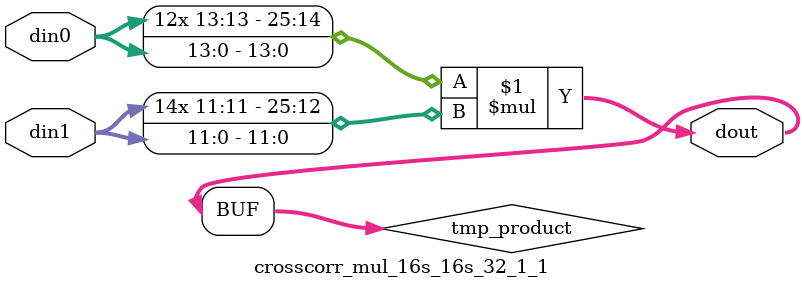
<source format=v>

`timescale 1 ns / 1 ps

 module crosscorr_mul_16s_16s_32_1_1(din0, din1, dout);
parameter ID = 1;
parameter NUM_STAGE = 0;
parameter din0_WIDTH = 14;
parameter din1_WIDTH = 12;
parameter dout_WIDTH = 26;

input [din0_WIDTH - 1 : 0] din0; 
input [din1_WIDTH - 1 : 0] din1; 
output [dout_WIDTH - 1 : 0] dout;

wire signed [dout_WIDTH - 1 : 0] tmp_product;



























assign tmp_product = $signed(din0) * $signed(din1);








assign dout = tmp_product;





















endmodule

</source>
